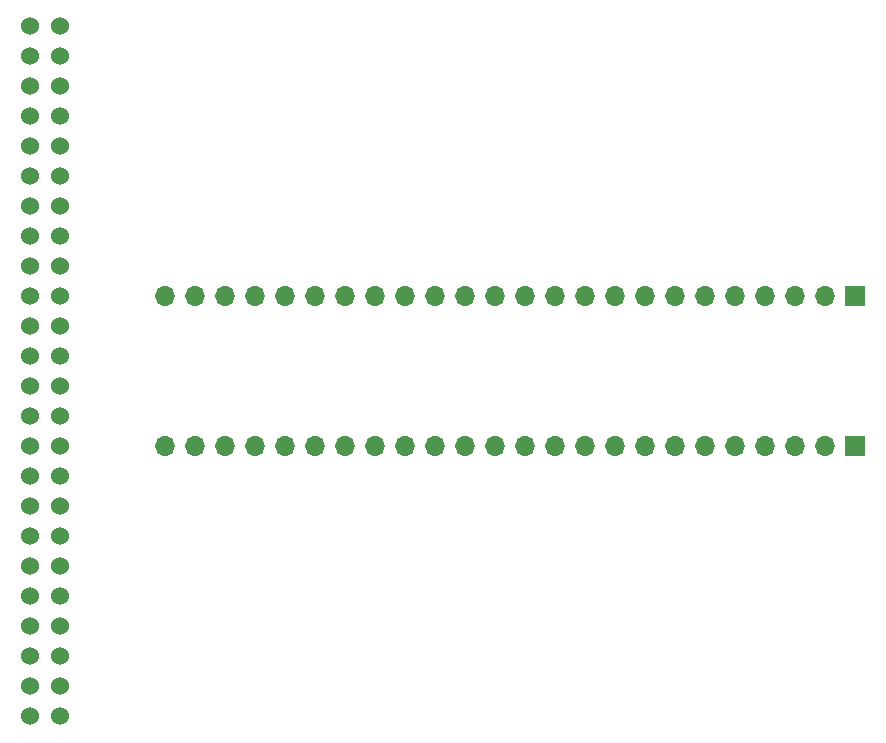
<source format=gbr>
%TF.GenerationSoftware,KiCad,Pcbnew,(6.0.6)*%
%TF.CreationDate,2022-09-05T21:43:04-07:00*%
%TF.ProjectId,core-bb,636f7265-2d62-4622-9e6b-696361645f70,rev?*%
%TF.SameCoordinates,Original*%
%TF.FileFunction,Soldermask,Bot*%
%TF.FilePolarity,Negative*%
%FSLAX46Y46*%
G04 Gerber Fmt 4.6, Leading zero omitted, Abs format (unit mm)*
G04 Created by KiCad (PCBNEW (6.0.6)) date 2022-09-05 21:43:04*
%MOMM*%
%LPD*%
G01*
G04 APERTURE LIST*
%ADD10C,1.524000*%
%ADD11R,1.700000X1.700000*%
%ADD12O,1.700000X1.700000*%
G04 APERTURE END LIST*
D10*
%TO.C,U1*%
X172720000Y-130810000D03*
X172720000Y-128270000D03*
X172720000Y-125730000D03*
X172720000Y-123190000D03*
X172720000Y-120650000D03*
X172720000Y-118110000D03*
X172720000Y-115570000D03*
X172720000Y-113030000D03*
X172720000Y-110490000D03*
X172720000Y-107950000D03*
X172720000Y-105410000D03*
X172720000Y-102870000D03*
X172720000Y-100330000D03*
X172720000Y-97790000D03*
X172720000Y-95250000D03*
X172720000Y-92710000D03*
X172720000Y-90170000D03*
X172720000Y-87630000D03*
X172720000Y-85090000D03*
X172720000Y-82550000D03*
X172720000Y-80010000D03*
X172720000Y-77470000D03*
X172720000Y-74930000D03*
X172720000Y-72390000D03*
X175260000Y-72390000D03*
X175260000Y-74930000D03*
X175260000Y-77470000D03*
X175260000Y-80010000D03*
X175260000Y-82550000D03*
X175260000Y-85090000D03*
X175260000Y-87630000D03*
X175260000Y-90170000D03*
X175260000Y-92710000D03*
X175260000Y-95250000D03*
X175260000Y-97790000D03*
X175260000Y-100330000D03*
X175260000Y-102870000D03*
X175260000Y-105410000D03*
X175260000Y-107950000D03*
X175260000Y-110490000D03*
X175260000Y-113030000D03*
X175260000Y-115570000D03*
X175260000Y-118110000D03*
X175260000Y-120650000D03*
X175260000Y-123190000D03*
X175260000Y-125730000D03*
X175260000Y-128270000D03*
X175260000Y-130810000D03*
%TD*%
D11*
%TO.C,J2*%
X242570000Y-107950000D03*
D12*
X240030000Y-107950000D03*
X237490000Y-107950000D03*
X234950000Y-107950000D03*
X232410000Y-107950000D03*
X229870000Y-107950000D03*
X227330000Y-107950000D03*
X224790000Y-107950000D03*
X222250000Y-107950000D03*
X219710000Y-107950000D03*
X217170000Y-107950000D03*
X214630000Y-107950000D03*
X212090000Y-107950000D03*
X209550000Y-107950000D03*
X207010000Y-107950000D03*
X204470000Y-107950000D03*
X201930000Y-107950000D03*
X199390000Y-107950000D03*
X196850000Y-107950000D03*
X194310000Y-107950000D03*
X191770000Y-107950000D03*
X189230000Y-107950000D03*
X186690000Y-107950000D03*
X184150000Y-107950000D03*
%TD*%
%TO.C,J1*%
X184150000Y-95250000D03*
X186690000Y-95250000D03*
X189230000Y-95250000D03*
X191770000Y-95250000D03*
X194310000Y-95250000D03*
X196850000Y-95250000D03*
X199390000Y-95250000D03*
X201930000Y-95250000D03*
X204470000Y-95250000D03*
X207010000Y-95250000D03*
X209550000Y-95250000D03*
X212090000Y-95250000D03*
X214630000Y-95250000D03*
X217170000Y-95250000D03*
X219710000Y-95250000D03*
X222250000Y-95250000D03*
X224790000Y-95250000D03*
X227330000Y-95250000D03*
X229870000Y-95250000D03*
X232410000Y-95250000D03*
X234950000Y-95250000D03*
X237490000Y-95250000D03*
X240030000Y-95250000D03*
D11*
X242570000Y-95250000D03*
%TD*%
M02*

</source>
